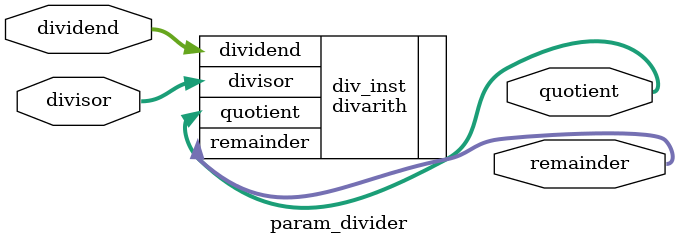
<source format=v>
module param_divider #(parameter WIDTH=8) (
  input [WIDTH-1:0] dividend,
  input [WIDTH-1:0] divisor,
  output [WIDTH-1:0] quotient,
  output [WIDTH-1:0] remainder
);

  // Internal DSP division
  divarith #(.WIDTH(WIDTH)) div_inst (
    .dividend(dividend),
    .divisor(divisor),
    .quotient(quotient),
    .remainder(remainder)
  );

endmodule
</source>
